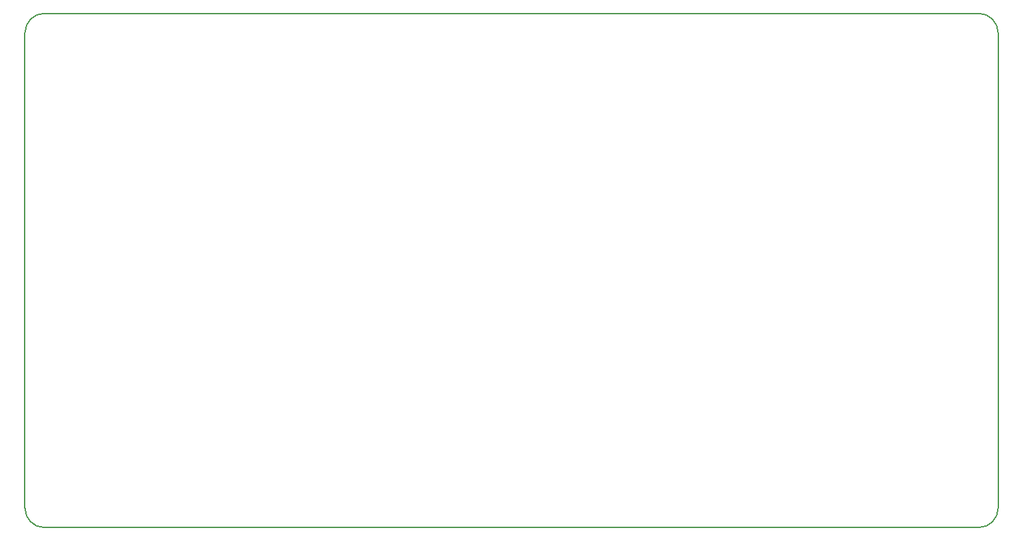
<source format=gm1>
%TF.GenerationSoftware,KiCad,Pcbnew,4.0.7*%
%TF.CreationDate,2018-01-21T19:25:00+01:00*%
%TF.ProjectId,blinCAN,626C696E43414E2E6B696361645F7063,0.1*%
%TF.FileFunction,Profile,NP*%
%FSLAX46Y46*%
G04 Gerber Fmt 4.6, Leading zero omitted, Abs format (unit mm)*
G04 Created by KiCad (PCBNEW 4.0.7) date 01/21/18 19:25:00*
%MOMM*%
%LPD*%
G01*
G04 APERTURE LIST*
%ADD10C,0.050000*%
%ADD11C,0.150000*%
G04 APERTURE END LIST*
D10*
D11*
X158877000Y-49022000D02*
G75*
G03X156337000Y-46482000I-2540000J0D01*
G01*
X156337000Y-113588800D02*
G75*
G03X158877000Y-111048800I0J2540000D01*
G01*
X31775400Y-111048800D02*
G75*
G03X34315400Y-113588800I2540000J0D01*
G01*
X34315400Y-46482000D02*
G75*
G03X31775400Y-49022000I0J-2540000D01*
G01*
X156337000Y-113588800D02*
X34315400Y-113588800D01*
X158877000Y-49022000D02*
X158877000Y-111048800D01*
X34315400Y-46482000D02*
X156337000Y-46482000D01*
X31775400Y-111048800D02*
X31775400Y-49022000D01*
M02*

</source>
